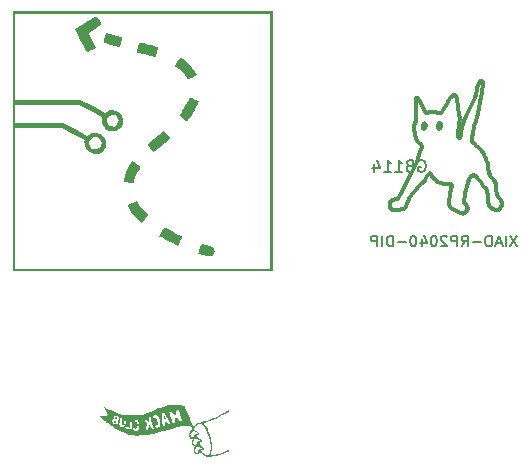
<source format=gbr>
%TF.GenerationSoftware,KiCad,Pcbnew,9.0.3*%
%TF.CreationDate,2025-07-31T16:39:18+03:00*%
%TF.ProjectId,BinaryCounter,42696e61-7279-4436-9f75-6e7465722e6b,V0.1*%
%TF.SameCoordinates,Original*%
%TF.FileFunction,Legend,Bot*%
%TF.FilePolarity,Positive*%
%FSLAX46Y46*%
G04 Gerber Fmt 4.6, Leading zero omitted, Abs format (unit mm)*
G04 Created by KiCad (PCBNEW 9.0.3) date 2025-07-31 16:39:18*
%MOMM*%
%LPD*%
G01*
G04 APERTURE LIST*
%ADD10C,0.180000*%
%ADD11C,0.200000*%
%ADD12C,0.300000*%
%ADD13C,0.000000*%
G04 APERTURE END LIST*
D10*
X132146926Y-63749638D02*
X131546926Y-64649638D01*
X131546926Y-63749638D02*
X132146926Y-64649638D01*
X131204069Y-64649638D02*
X131204069Y-63749638D01*
X130818355Y-64392495D02*
X130389784Y-64392495D01*
X130904069Y-64649638D02*
X130604069Y-63749638D01*
X130604069Y-63749638D02*
X130304069Y-64649638D01*
X129832640Y-63749638D02*
X129661212Y-63749638D01*
X129661212Y-63749638D02*
X129575497Y-63792495D01*
X129575497Y-63792495D02*
X129489783Y-63878209D01*
X129489783Y-63878209D02*
X129446926Y-64049638D01*
X129446926Y-64049638D02*
X129446926Y-64349638D01*
X129446926Y-64349638D02*
X129489783Y-64521066D01*
X129489783Y-64521066D02*
X129575497Y-64606781D01*
X129575497Y-64606781D02*
X129661212Y-64649638D01*
X129661212Y-64649638D02*
X129832640Y-64649638D01*
X129832640Y-64649638D02*
X129918355Y-64606781D01*
X129918355Y-64606781D02*
X130004069Y-64521066D01*
X130004069Y-64521066D02*
X130046926Y-64349638D01*
X130046926Y-64349638D02*
X130046926Y-64049638D01*
X130046926Y-64049638D02*
X130004069Y-63878209D01*
X130004069Y-63878209D02*
X129918355Y-63792495D01*
X129918355Y-63792495D02*
X129832640Y-63749638D01*
X129061212Y-64306781D02*
X128375498Y-64306781D01*
X127432640Y-64649638D02*
X127732640Y-64221066D01*
X127946926Y-64649638D02*
X127946926Y-63749638D01*
X127946926Y-63749638D02*
X127604069Y-63749638D01*
X127604069Y-63749638D02*
X127518354Y-63792495D01*
X127518354Y-63792495D02*
X127475497Y-63835352D01*
X127475497Y-63835352D02*
X127432640Y-63921066D01*
X127432640Y-63921066D02*
X127432640Y-64049638D01*
X127432640Y-64049638D02*
X127475497Y-64135352D01*
X127475497Y-64135352D02*
X127518354Y-64178209D01*
X127518354Y-64178209D02*
X127604069Y-64221066D01*
X127604069Y-64221066D02*
X127946926Y-64221066D01*
X127046926Y-64649638D02*
X127046926Y-63749638D01*
X127046926Y-63749638D02*
X126704069Y-63749638D01*
X126704069Y-63749638D02*
X126618354Y-63792495D01*
X126618354Y-63792495D02*
X126575497Y-63835352D01*
X126575497Y-63835352D02*
X126532640Y-63921066D01*
X126532640Y-63921066D02*
X126532640Y-64049638D01*
X126532640Y-64049638D02*
X126575497Y-64135352D01*
X126575497Y-64135352D02*
X126618354Y-64178209D01*
X126618354Y-64178209D02*
X126704069Y-64221066D01*
X126704069Y-64221066D02*
X127046926Y-64221066D01*
X126189783Y-63835352D02*
X126146926Y-63792495D01*
X126146926Y-63792495D02*
X126061212Y-63749638D01*
X126061212Y-63749638D02*
X125846926Y-63749638D01*
X125846926Y-63749638D02*
X125761212Y-63792495D01*
X125761212Y-63792495D02*
X125718354Y-63835352D01*
X125718354Y-63835352D02*
X125675497Y-63921066D01*
X125675497Y-63921066D02*
X125675497Y-64006781D01*
X125675497Y-64006781D02*
X125718354Y-64135352D01*
X125718354Y-64135352D02*
X126232640Y-64649638D01*
X126232640Y-64649638D02*
X125675497Y-64649638D01*
X125118354Y-63749638D02*
X125032640Y-63749638D01*
X125032640Y-63749638D02*
X124946926Y-63792495D01*
X124946926Y-63792495D02*
X124904069Y-63835352D01*
X124904069Y-63835352D02*
X124861211Y-63921066D01*
X124861211Y-63921066D02*
X124818354Y-64092495D01*
X124818354Y-64092495D02*
X124818354Y-64306781D01*
X124818354Y-64306781D02*
X124861211Y-64478209D01*
X124861211Y-64478209D02*
X124904069Y-64563923D01*
X124904069Y-64563923D02*
X124946926Y-64606781D01*
X124946926Y-64606781D02*
X125032640Y-64649638D01*
X125032640Y-64649638D02*
X125118354Y-64649638D01*
X125118354Y-64649638D02*
X125204069Y-64606781D01*
X125204069Y-64606781D02*
X125246926Y-64563923D01*
X125246926Y-64563923D02*
X125289783Y-64478209D01*
X125289783Y-64478209D02*
X125332640Y-64306781D01*
X125332640Y-64306781D02*
X125332640Y-64092495D01*
X125332640Y-64092495D02*
X125289783Y-63921066D01*
X125289783Y-63921066D02*
X125246926Y-63835352D01*
X125246926Y-63835352D02*
X125204069Y-63792495D01*
X125204069Y-63792495D02*
X125118354Y-63749638D01*
X124046926Y-64049638D02*
X124046926Y-64649638D01*
X124261211Y-63706781D02*
X124475497Y-64349638D01*
X124475497Y-64349638D02*
X123918354Y-64349638D01*
X123404068Y-63749638D02*
X123318354Y-63749638D01*
X123318354Y-63749638D02*
X123232640Y-63792495D01*
X123232640Y-63792495D02*
X123189783Y-63835352D01*
X123189783Y-63835352D02*
X123146925Y-63921066D01*
X123146925Y-63921066D02*
X123104068Y-64092495D01*
X123104068Y-64092495D02*
X123104068Y-64306781D01*
X123104068Y-64306781D02*
X123146925Y-64478209D01*
X123146925Y-64478209D02*
X123189783Y-64563923D01*
X123189783Y-64563923D02*
X123232640Y-64606781D01*
X123232640Y-64606781D02*
X123318354Y-64649638D01*
X123318354Y-64649638D02*
X123404068Y-64649638D01*
X123404068Y-64649638D02*
X123489783Y-64606781D01*
X123489783Y-64606781D02*
X123532640Y-64563923D01*
X123532640Y-64563923D02*
X123575497Y-64478209D01*
X123575497Y-64478209D02*
X123618354Y-64306781D01*
X123618354Y-64306781D02*
X123618354Y-64092495D01*
X123618354Y-64092495D02*
X123575497Y-63921066D01*
X123575497Y-63921066D02*
X123532640Y-63835352D01*
X123532640Y-63835352D02*
X123489783Y-63792495D01*
X123489783Y-63792495D02*
X123404068Y-63749638D01*
X122718354Y-64306781D02*
X122032640Y-64306781D01*
X121604068Y-64649638D02*
X121604068Y-63749638D01*
X121604068Y-63749638D02*
X121389782Y-63749638D01*
X121389782Y-63749638D02*
X121261211Y-63792495D01*
X121261211Y-63792495D02*
X121175496Y-63878209D01*
X121175496Y-63878209D02*
X121132639Y-63963923D01*
X121132639Y-63963923D02*
X121089782Y-64135352D01*
X121089782Y-64135352D02*
X121089782Y-64263923D01*
X121089782Y-64263923D02*
X121132639Y-64435352D01*
X121132639Y-64435352D02*
X121175496Y-64521066D01*
X121175496Y-64521066D02*
X121261211Y-64606781D01*
X121261211Y-64606781D02*
X121389782Y-64649638D01*
X121389782Y-64649638D02*
X121604068Y-64649638D01*
X120704068Y-64649638D02*
X120704068Y-63749638D01*
X120275497Y-64649638D02*
X120275497Y-63749638D01*
X120275497Y-63749638D02*
X119932640Y-63749638D01*
X119932640Y-63749638D02*
X119846925Y-63792495D01*
X119846925Y-63792495D02*
X119804068Y-63835352D01*
X119804068Y-63835352D02*
X119761211Y-63921066D01*
X119761211Y-63921066D02*
X119761211Y-64049638D01*
X119761211Y-64049638D02*
X119804068Y-64135352D01*
X119804068Y-64135352D02*
X119846925Y-64178209D01*
X119846925Y-64178209D02*
X119932640Y-64221066D01*
X119932640Y-64221066D02*
X120275497Y-64221066D01*
D11*
X123833002Y-57392705D02*
X123928240Y-57345086D01*
X123928240Y-57345086D02*
X124071097Y-57345086D01*
X124071097Y-57345086D02*
X124213954Y-57392705D01*
X124213954Y-57392705D02*
X124309192Y-57487943D01*
X124309192Y-57487943D02*
X124356811Y-57583181D01*
X124356811Y-57583181D02*
X124404430Y-57773657D01*
X124404430Y-57773657D02*
X124404430Y-57916514D01*
X124404430Y-57916514D02*
X124356811Y-58106990D01*
X124356811Y-58106990D02*
X124309192Y-58202228D01*
X124309192Y-58202228D02*
X124213954Y-58297467D01*
X124213954Y-58297467D02*
X124071097Y-58345086D01*
X124071097Y-58345086D02*
X123975859Y-58345086D01*
X123975859Y-58345086D02*
X123833002Y-58297467D01*
X123833002Y-58297467D02*
X123785383Y-58249847D01*
X123785383Y-58249847D02*
X123785383Y-57916514D01*
X123785383Y-57916514D02*
X123975859Y-57916514D01*
X123023478Y-57821276D02*
X122880621Y-57868895D01*
X122880621Y-57868895D02*
X122833002Y-57916514D01*
X122833002Y-57916514D02*
X122785383Y-58011752D01*
X122785383Y-58011752D02*
X122785383Y-58154609D01*
X122785383Y-58154609D02*
X122833002Y-58249847D01*
X122833002Y-58249847D02*
X122880621Y-58297467D01*
X122880621Y-58297467D02*
X122975859Y-58345086D01*
X122975859Y-58345086D02*
X123356811Y-58345086D01*
X123356811Y-58345086D02*
X123356811Y-57345086D01*
X123356811Y-57345086D02*
X123023478Y-57345086D01*
X123023478Y-57345086D02*
X122928240Y-57392705D01*
X122928240Y-57392705D02*
X122880621Y-57440324D01*
X122880621Y-57440324D02*
X122833002Y-57535562D01*
X122833002Y-57535562D02*
X122833002Y-57630800D01*
X122833002Y-57630800D02*
X122880621Y-57726038D01*
X122880621Y-57726038D02*
X122928240Y-57773657D01*
X122928240Y-57773657D02*
X123023478Y-57821276D01*
X123023478Y-57821276D02*
X123356811Y-57821276D01*
X121833002Y-58345086D02*
X122404430Y-58345086D01*
X122118716Y-58345086D02*
X122118716Y-57345086D01*
X122118716Y-57345086D02*
X122213954Y-57487943D01*
X122213954Y-57487943D02*
X122309192Y-57583181D01*
X122309192Y-57583181D02*
X122404430Y-57630800D01*
X120880621Y-58345086D02*
X121452049Y-58345086D01*
X121166335Y-58345086D02*
X121166335Y-57345086D01*
X121166335Y-57345086D02*
X121261573Y-57487943D01*
X121261573Y-57487943D02*
X121356811Y-57583181D01*
X121356811Y-57583181D02*
X121452049Y-57630800D01*
X120023478Y-57678419D02*
X120023478Y-58345086D01*
X120261573Y-57297467D02*
X120499668Y-58011752D01*
X120499668Y-58011752D02*
X119880621Y-58011752D01*
D12*
X129214290Y-50695834D02*
X129214290Y-51158855D01*
X129201325Y-51340663D01*
X129164525Y-51636015D01*
X129107029Y-52015082D01*
X129031975Y-52448037D01*
X128942504Y-52905053D01*
X128841754Y-53356302D01*
X128732865Y-53771956D01*
X128676350Y-53957114D01*
X128618977Y-54122188D01*
X128588529Y-54207485D01*
X128557462Y-54303015D01*
X128526890Y-54406357D01*
X128497930Y-54515095D01*
X128471699Y-54626809D01*
X128449313Y-54739081D01*
X128431888Y-54849493D01*
X128425384Y-54903245D01*
X128420540Y-54955626D01*
X128415766Y-55008491D01*
X128409553Y-55063568D01*
X128393833Y-55178373D01*
X128356379Y-55412697D01*
X128338736Y-55524277D01*
X128324546Y-55626844D01*
X128319385Y-55673508D01*
X128315854Y-55716429D01*
X128314209Y-55755113D01*
X128314706Y-55789063D01*
X128367629Y-55830175D01*
X128426420Y-55878345D01*
X128557048Y-55991346D01*
X128697474Y-56119043D01*
X128838581Y-56252415D01*
X128971255Y-56382438D01*
X129086380Y-56500089D01*
X129134513Y-56551456D01*
X129174840Y-56596347D01*
X129206222Y-56633634D01*
X129227519Y-56662188D01*
X129270643Y-56733502D01*
X129319503Y-56825899D01*
X129372394Y-56935660D01*
X129427610Y-57059063D01*
X129483446Y-57192388D01*
X129538197Y-57331915D01*
X129590158Y-57473921D01*
X129637623Y-57614688D01*
X129646574Y-57723780D01*
X129660278Y-57854057D01*
X129678861Y-57997769D01*
X129702446Y-58147165D01*
X129716153Y-58221572D01*
X129731157Y-58294494D01*
X129747474Y-58364960D01*
X129765119Y-58432004D01*
X129784108Y-58494654D01*
X129804455Y-58551944D01*
X129826177Y-58602903D01*
X129849290Y-58646563D01*
X129864359Y-58670912D01*
X129879775Y-58694386D01*
X129911482Y-58738935D01*
X129944080Y-58780654D01*
X129977240Y-58819989D01*
X130010633Y-58857387D01*
X130043929Y-58893292D01*
X130108912Y-58962410D01*
X130139940Y-58996513D01*
X130169554Y-59030907D01*
X130197424Y-59066037D01*
X130223220Y-59102349D01*
X130235238Y-59121088D01*
X130246613Y-59140289D01*
X130257306Y-59160009D01*
X130267274Y-59180303D01*
X130276477Y-59201227D01*
X130284873Y-59222836D01*
X130292422Y-59245186D01*
X130299081Y-59268334D01*
X130310889Y-59320036D01*
X130321612Y-59379955D01*
X130340422Y-59518861D01*
X130356752Y-59673890D01*
X130371842Y-59833881D01*
X130386931Y-59987670D01*
X130403261Y-60124096D01*
X130412278Y-60182309D01*
X130422071Y-60231996D01*
X130432794Y-60271761D01*
X130444602Y-60300209D01*
X130460115Y-60325815D01*
X130481266Y-60357466D01*
X130536999Y-60435808D01*
X130677766Y-60630938D01*
X130748847Y-60735324D01*
X130781510Y-60786510D01*
X130811091Y-60835990D01*
X130836719Y-60882990D01*
X130857522Y-60926734D01*
X130872628Y-60966447D01*
X130877772Y-60984550D01*
X130881164Y-61001354D01*
X130882919Y-61017816D01*
X130883267Y-61034912D01*
X130882272Y-61052579D01*
X130880002Y-61070756D01*
X130876519Y-61089378D01*
X130871892Y-61108383D01*
X130866183Y-61127707D01*
X130859460Y-61147289D01*
X130851787Y-61167064D01*
X130843231Y-61186970D01*
X130823726Y-61226922D01*
X130801470Y-61266642D01*
X130776985Y-61305625D01*
X130750794Y-61343369D01*
X130723422Y-61379368D01*
X130695391Y-61413119D01*
X130667224Y-61444118D01*
X130639445Y-61471862D01*
X130612576Y-61495847D01*
X130587142Y-61515568D01*
X130575126Y-61523672D01*
X130563665Y-61530521D01*
X130551741Y-61536335D01*
X130538346Y-61541373D01*
X130507466Y-61549125D01*
X130471664Y-61553776D01*
X130431580Y-61555326D01*
X130387852Y-61553776D01*
X130341120Y-61549125D01*
X130292024Y-61541373D01*
X130241204Y-61530521D01*
X130189298Y-61516569D01*
X130136946Y-61499515D01*
X130084789Y-61479362D01*
X130033464Y-61456107D01*
X129983613Y-61429752D01*
X129935873Y-61400297D01*
X129890886Y-61367741D01*
X129869624Y-61350300D01*
X129849290Y-61332084D01*
X129833784Y-61315945D01*
X129819007Y-61297386D01*
X129791577Y-61253562D01*
X129766876Y-61201714D01*
X129744779Y-61142948D01*
X129725163Y-61078369D01*
X129707903Y-61009080D01*
X129692875Y-60936188D01*
X129679956Y-60860795D01*
X129669021Y-60784007D01*
X129659947Y-60706928D01*
X129646883Y-60556317D01*
X129639773Y-60417799D01*
X129637623Y-60300209D01*
X129634445Y-60236893D01*
X129627907Y-60162622D01*
X129623234Y-60122890D01*
X129617546Y-60082234D01*
X129610786Y-60041257D01*
X129602896Y-60000565D01*
X129593817Y-59960762D01*
X129583492Y-59922452D01*
X129571861Y-59886240D01*
X129558868Y-59852731D01*
X129544453Y-59822529D01*
X129536695Y-59808858D01*
X129528560Y-59796239D01*
X129520040Y-59784750D01*
X129511129Y-59774466D01*
X129501818Y-59765462D01*
X129492102Y-59757813D01*
X129468770Y-59738257D01*
X129438979Y-59708147D01*
X129363118Y-59620933D01*
X129270720Y-59505503D01*
X129167987Y-59371191D01*
X129061120Y-59227329D01*
X128956320Y-59083250D01*
X128777727Y-58831771D01*
X128771797Y-58819519D01*
X128763898Y-58806091D01*
X128753984Y-58791758D01*
X128742008Y-58776791D01*
X128727924Y-58761463D01*
X128711685Y-58746044D01*
X128693244Y-58730806D01*
X128672555Y-58716019D01*
X128649572Y-58701957D01*
X128624248Y-58688888D01*
X128596537Y-58677086D01*
X128566391Y-58666821D01*
X128533765Y-58658365D01*
X128498612Y-58651989D01*
X128480074Y-58649666D01*
X128460886Y-58647965D01*
X128441043Y-58646919D01*
X128420540Y-58646563D01*
X128399832Y-58647758D01*
X128379392Y-58651269D01*
X128359232Y-58656980D01*
X128339366Y-58664779D01*
X128319807Y-58674552D01*
X128300569Y-58686183D01*
X128281666Y-58699561D01*
X128263111Y-58714570D01*
X128244918Y-58731098D01*
X128227100Y-58749029D01*
X128192644Y-58788650D01*
X128159852Y-58832520D01*
X128128833Y-58879730D01*
X128099695Y-58929369D01*
X128072547Y-58980526D01*
X128047497Y-59032289D01*
X128024653Y-59083749D01*
X128004125Y-59133994D01*
X127986021Y-59182114D01*
X127970449Y-59227197D01*
X127957519Y-59268334D01*
X127759081Y-60115000D01*
X127679706Y-61001354D01*
X127704364Y-61021497D01*
X127730093Y-61045199D01*
X127756456Y-61071950D01*
X127783014Y-61101238D01*
X127809330Y-61132552D01*
X127834964Y-61165379D01*
X127859480Y-61199209D01*
X127882440Y-61233530D01*
X127903405Y-61267830D01*
X127921937Y-61301597D01*
X127937599Y-61334321D01*
X127949952Y-61365489D01*
X127954751Y-61380330D01*
X127958559Y-61394590D01*
X127961320Y-61408205D01*
X127962981Y-61421112D01*
X127963486Y-61433247D01*
X127962780Y-61444545D01*
X127960809Y-61454942D01*
X127957519Y-61464375D01*
X127935091Y-61512900D01*
X127921823Y-61539545D01*
X127907083Y-61567315D01*
X127890792Y-61595860D01*
X127872873Y-61624831D01*
X127853249Y-61653879D01*
X127831842Y-61682657D01*
X127808574Y-61710814D01*
X127783369Y-61738002D01*
X127756149Y-61763873D01*
X127741758Y-61776205D01*
X127726835Y-61788076D01*
X127711370Y-61799445D01*
X127695351Y-61810265D01*
X127678771Y-61820495D01*
X127661620Y-61830089D01*
X127643887Y-61839006D01*
X127625562Y-61847201D01*
X127606638Y-61854630D01*
X127587102Y-61861250D01*
X127565892Y-61866115D01*
X127542066Y-61868388D01*
X127515798Y-61868190D01*
X127487263Y-61865643D01*
X127424089Y-61853984D01*
X127353938Y-61834379D01*
X127278206Y-61807798D01*
X127198289Y-61775209D01*
X127115581Y-61737582D01*
X127031477Y-61695886D01*
X126947374Y-61651089D01*
X126864666Y-61604160D01*
X126784748Y-61556069D01*
X126709016Y-61507784D01*
X126638866Y-61460274D01*
X126575691Y-61414508D01*
X126520888Y-61371455D01*
X126475852Y-61332084D01*
X126460795Y-61314810D01*
X126447343Y-61292907D01*
X126425090Y-61236121D01*
X126408757Y-61163548D01*
X126398006Y-61077010D01*
X126392500Y-60978328D01*
X126391902Y-60869324D01*
X126395874Y-60751818D01*
X126404081Y-60627634D01*
X126416184Y-60498592D01*
X126431846Y-60366514D01*
X126472500Y-60100535D01*
X126523346Y-59844270D01*
X126551747Y-59724335D01*
X126581686Y-59612293D01*
X126587355Y-59590371D01*
X126592473Y-59566365D01*
X126596570Y-59540900D01*
X126599177Y-59514599D01*
X126599825Y-59488087D01*
X126599268Y-59474947D01*
X126598045Y-59461987D01*
X126596098Y-59449287D01*
X126593369Y-59436924D01*
X126589798Y-59424976D01*
X126585327Y-59413521D01*
X126579897Y-59402637D01*
X126573451Y-59392402D01*
X126565928Y-59382894D01*
X126557271Y-59374191D01*
X126547421Y-59366371D01*
X126536319Y-59359512D01*
X126523906Y-59353692D01*
X126510125Y-59348989D01*
X126494917Y-59345481D01*
X126478222Y-59343247D01*
X126459982Y-59342363D01*
X126440139Y-59342908D01*
X126418634Y-59344960D01*
X126395408Y-59348597D01*
X126370403Y-59353897D01*
X126343561Y-59360938D01*
X126288099Y-59374264D01*
X126232746Y-59382715D01*
X126177361Y-59386623D01*
X126121807Y-59386322D01*
X126065942Y-59382145D01*
X126009627Y-59374426D01*
X125952724Y-59363497D01*
X125895092Y-59349693D01*
X125836592Y-59333347D01*
X125777084Y-59314791D01*
X125654486Y-59272385D01*
X125391061Y-59175729D01*
X125322369Y-59114266D01*
X125247325Y-59048624D01*
X125168995Y-58978335D01*
X125129557Y-58941300D01*
X125090448Y-58902928D01*
X125052051Y-58863158D01*
X125014750Y-58821934D01*
X124978929Y-58779194D01*
X124944971Y-58734882D01*
X124913259Y-58688938D01*
X124884176Y-58641304D01*
X124858108Y-58591921D01*
X124846323Y-58566555D01*
X124835436Y-58540730D01*
X124822526Y-58513235D01*
X124808638Y-58492519D01*
X124793829Y-58478217D01*
X124778153Y-58469966D01*
X124761667Y-58467400D01*
X124744425Y-58470155D01*
X124726485Y-58477867D01*
X124707901Y-58490170D01*
X124688729Y-58506702D01*
X124669025Y-58527096D01*
X124628244Y-58578016D01*
X124586003Y-58640014D01*
X124542747Y-58710176D01*
X124368495Y-59014130D01*
X124326853Y-59081366D01*
X124286870Y-59139270D01*
X124248992Y-59184926D01*
X124230982Y-59202250D01*
X124213665Y-59215418D01*
X124164369Y-59251701D01*
X124102070Y-59304766D01*
X124028647Y-59372792D01*
X123945981Y-59453956D01*
X123760437Y-59648414D01*
X123560475Y-59873569D01*
X123459787Y-59993103D01*
X123361133Y-60114846D01*
X123266394Y-60236977D01*
X123177449Y-60357673D01*
X123096178Y-60475114D01*
X123024461Y-60587478D01*
X122964177Y-60692943D01*
X122917207Y-60789688D01*
X122898122Y-60834464D01*
X122880494Y-60877057D01*
X122864227Y-60917533D01*
X122849226Y-60955957D01*
X122822648Y-61026912D01*
X122800004Y-61090445D01*
X122763495Y-61197338D01*
X122748118Y-61241744D01*
X122733652Y-61280821D01*
X122726524Y-61298525D01*
X122719341Y-61315092D01*
X122712007Y-61330589D01*
X122704429Y-61345081D01*
X122696511Y-61358632D01*
X122688160Y-61371310D01*
X122679281Y-61383178D01*
X122669780Y-61394302D01*
X122659561Y-61404749D01*
X122648531Y-61414582D01*
X122636595Y-61423868D01*
X122623659Y-61432672D01*
X122609627Y-61441059D01*
X122594406Y-61449095D01*
X122577902Y-61456846D01*
X122560019Y-61464375D01*
X122516433Y-61479636D01*
X122461240Y-61495304D01*
X122396163Y-61510855D01*
X122322928Y-61525767D01*
X122243259Y-61539516D01*
X122158881Y-61551579D01*
X122071519Y-61561433D01*
X121982897Y-61568555D01*
X121894740Y-61572421D01*
X121808773Y-61572508D01*
X121726721Y-61568293D01*
X121650307Y-61559253D01*
X121581258Y-61544865D01*
X121550034Y-61535501D01*
X121521297Y-61524604D01*
X121495264Y-61512109D01*
X121472150Y-61497949D01*
X121452170Y-61482060D01*
X121435540Y-61464375D01*
X121423993Y-61448885D01*
X121413177Y-61432233D01*
X121403109Y-61414495D01*
X121393806Y-61395749D01*
X121385287Y-61376073D01*
X121377567Y-61355545D01*
X121364599Y-61312240D01*
X121355041Y-61266455D01*
X121349034Y-61218809D01*
X121346716Y-61169923D01*
X121348228Y-61120417D01*
X121353708Y-61070911D01*
X121357980Y-61046352D01*
X121363297Y-61022025D01*
X121369675Y-60998009D01*
X121377133Y-60974380D01*
X121385688Y-60951216D01*
X121395357Y-60928594D01*
X121406157Y-60906593D01*
X121418107Y-60885289D01*
X121431223Y-60864761D01*
X121445524Y-60845085D01*
X121461026Y-60826340D01*
X121477747Y-60808602D01*
X121495704Y-60791949D01*
X121514915Y-60776459D01*
X121534831Y-60765737D01*
X121554874Y-60755856D01*
X121575013Y-60746759D01*
X121595220Y-60738389D01*
X121635721Y-60723596D01*
X121676145Y-60711016D01*
X121716259Y-60700187D01*
X121755830Y-60690650D01*
X121832415Y-60673602D01*
X121868963Y-60665169D01*
X121904038Y-60656182D01*
X121937409Y-60646179D01*
X121968841Y-60634700D01*
X121983757Y-60628262D01*
X121998102Y-60621283D01*
X122011847Y-60613703D01*
X122024961Y-60605466D01*
X122037417Y-60596515D01*
X122049185Y-60586790D01*
X122060235Y-60576235D01*
X122070540Y-60564792D01*
X122134128Y-60466860D01*
X122238593Y-60282391D01*
X122528603Y-59738300D01*
X122857472Y-59101440D01*
X123142102Y-58540730D01*
X123697727Y-57522084D01*
X123949082Y-56543126D01*
X123982271Y-56495753D01*
X124001029Y-56466774D01*
X124019766Y-56434685D01*
X124037383Y-56399801D01*
X124052782Y-56362434D01*
X124059307Y-56342919D01*
X124064866Y-56322900D01*
X124069321Y-56302418D01*
X124072536Y-56281512D01*
X124074373Y-56260221D01*
X124074695Y-56238585D01*
X124073364Y-56216642D01*
X124070243Y-56194431D01*
X124065196Y-56171993D01*
X124058085Y-56149366D01*
X124048772Y-56126590D01*
X124037121Y-56103703D01*
X124022993Y-56080746D01*
X124006253Y-56057757D01*
X123986762Y-56034775D01*
X123964383Y-56011840D01*
X123938980Y-55988992D01*
X123910415Y-55966268D01*
X123878550Y-55943710D01*
X123843248Y-55921355D01*
X123818271Y-55903503D01*
X123793032Y-55879926D01*
X123742272Y-55816891D01*
X123691978Y-55734826D01*
X123643157Y-55636308D01*
X123596816Y-55523915D01*
X123553964Y-55400224D01*
X123515607Y-55267813D01*
X123482753Y-55129259D01*
X123456411Y-54987139D01*
X123437588Y-54844031D01*
X123427292Y-54702511D01*
X123426529Y-54565159D01*
X123436309Y-54434550D01*
X123445467Y-54372580D01*
X123457639Y-54313262D01*
X123472949Y-54256919D01*
X123491525Y-54203873D01*
X123513493Y-54154445D01*
X123538977Y-54108959D01*
X123618353Y-53645938D01*
X123538977Y-52137813D01*
X123544830Y-52127491D01*
X123552434Y-52116750D01*
X123561743Y-52106164D01*
X123572712Y-52096307D01*
X123578803Y-52091831D01*
X123585292Y-52087752D01*
X123592173Y-52084142D01*
X123599439Y-52081073D01*
X123607085Y-52078616D01*
X123615104Y-52076843D01*
X123623492Y-52075826D01*
X123632243Y-52075636D01*
X123641350Y-52076346D01*
X123650808Y-52078026D01*
X123660610Y-52080749D01*
X123670752Y-52084587D01*
X123681227Y-52089610D01*
X123692030Y-52095891D01*
X123703154Y-52103501D01*
X123714594Y-52112513D01*
X123726345Y-52122997D01*
X123738399Y-52135025D01*
X123750752Y-52148670D01*
X123763398Y-52164003D01*
X123776330Y-52181095D01*
X123789544Y-52200019D01*
X123803032Y-52220845D01*
X123816790Y-52243647D01*
X124438561Y-53381355D01*
X124449618Y-53372980D01*
X124462836Y-53365203D01*
X124478049Y-53358003D01*
X124495095Y-53351357D01*
X124534020Y-53339642D01*
X124578294Y-53329885D01*
X124626598Y-53321911D01*
X124677616Y-53315545D01*
X124730029Y-53310613D01*
X124782519Y-53306941D01*
X124882461Y-53302678D01*
X124966901Y-53301360D01*
X125047102Y-53301980D01*
X125141360Y-53305081D01*
X125239649Y-53309654D01*
X125354681Y-53316863D01*
X125473433Y-53327172D01*
X125530135Y-53333635D01*
X125582884Y-53341047D01*
X125630051Y-53349467D01*
X125670010Y-53358953D01*
X125701132Y-53369563D01*
X125712871Y-53375308D01*
X125721790Y-53381355D01*
X125792564Y-53264560D01*
X125865683Y-53139044D01*
X126017172Y-52871619D01*
X126172692Y-52598612D01*
X126250850Y-52466120D01*
X126328678Y-52339558D01*
X126405731Y-52221368D01*
X126481562Y-52113991D01*
X126555728Y-52019868D01*
X126592046Y-51978541D01*
X126627781Y-51941443D01*
X126662876Y-51908880D01*
X126697276Y-51881156D01*
X126730925Y-51858577D01*
X126763767Y-51841449D01*
X126795747Y-51830076D01*
X126826809Y-51824764D01*
X126856898Y-51825818D01*
X126885956Y-51833543D01*
X126903374Y-51844221D01*
X126920328Y-51862198D01*
X126952888Y-51918594D01*
X126983729Y-51999818D01*
X127012941Y-52102957D01*
X127040615Y-52225100D01*
X127066843Y-52363332D01*
X127115324Y-52676419D01*
X127159111Y-53018919D01*
X127198935Y-53367531D01*
X127269602Y-53989896D01*
X127256707Y-54099037D01*
X127176998Y-54704272D01*
X127169627Y-54762367D01*
X127163359Y-54817630D01*
X127158149Y-54870126D01*
X127153955Y-54919917D01*
X127150732Y-54967066D01*
X127148436Y-55011636D01*
X127147022Y-55053690D01*
X127146447Y-55093291D01*
X127146666Y-55130501D01*
X127147636Y-55165385D01*
X127149312Y-55198005D01*
X127151651Y-55228423D01*
X127154607Y-55256704D01*
X127158138Y-55282909D01*
X127162199Y-55307102D01*
X127166745Y-55329346D01*
X127171734Y-55349704D01*
X127177120Y-55368239D01*
X127182860Y-55385014D01*
X127188909Y-55400091D01*
X127195224Y-55413534D01*
X127201761Y-55425406D01*
X127208474Y-55435770D01*
X127215321Y-55444688D01*
X127222257Y-55452224D01*
X127229238Y-55458441D01*
X127236220Y-55463401D01*
X127243159Y-55467168D01*
X127250011Y-55469805D01*
X127256732Y-55471375D01*
X127263277Y-55471940D01*
X127269602Y-55471563D01*
X127375435Y-55180521D01*
X127377225Y-55120031D01*
X127382432Y-55053289D01*
X127390818Y-54981237D01*
X127402142Y-54904817D01*
X127416163Y-54824972D01*
X127432641Y-54742641D01*
X127451336Y-54658769D01*
X127472008Y-54574295D01*
X127494417Y-54490163D01*
X127518321Y-54407313D01*
X127543481Y-54326688D01*
X127569656Y-54249230D01*
X127596607Y-54175879D01*
X127624092Y-54107579D01*
X127651872Y-54045271D01*
X127679706Y-53989896D01*
X127749816Y-53849993D01*
X127844533Y-53647881D01*
X128080880Y-53124378D01*
X128552831Y-52071668D01*
X128575154Y-52018079D01*
X128596374Y-51957235D01*
X128616658Y-51890190D01*
X128636170Y-51817998D01*
X128673543Y-51662390D01*
X128709813Y-51498845D01*
X128746305Y-51335795D01*
X128784340Y-51181675D01*
X128804350Y-51110600D01*
X128825241Y-51044919D01*
X128847180Y-50985687D01*
X128870331Y-50933959D01*
X128893363Y-50888778D01*
X128914933Y-50848295D01*
X128935194Y-50812228D01*
X128954295Y-50780294D01*
X128963459Y-50765789D01*
X128972389Y-50752210D01*
X128981105Y-50739523D01*
X128989626Y-50727693D01*
X128997971Y-50716683D01*
X129006158Y-50706460D01*
X129014207Y-50696986D01*
X129022136Y-50688228D01*
X129029964Y-50680148D01*
X129037711Y-50672714D01*
X129045394Y-50665888D01*
X129053033Y-50659635D01*
X129060647Y-50653920D01*
X129068255Y-50648709D01*
X129075876Y-50643964D01*
X129083528Y-50639652D01*
X129091230Y-50635736D01*
X129099001Y-50632181D01*
X129106861Y-50628952D01*
X129114828Y-50626014D01*
X129131158Y-50620868D01*
X129148144Y-50616459D01*
X129214290Y-50695834D01*
D13*
G36*
X125583811Y-54056587D02*
G01*
X125599420Y-54057922D01*
X125614771Y-54060261D01*
X125629845Y-54063578D01*
X125644626Y-54067848D01*
X125659094Y-54073044D01*
X125673233Y-54079140D01*
X125687025Y-54086111D01*
X125700452Y-54093931D01*
X125713495Y-54102573D01*
X125726138Y-54112012D01*
X125738363Y-54122222D01*
X125750151Y-54133177D01*
X125761485Y-54144851D01*
X125772347Y-54157219D01*
X125792584Y-54183929D01*
X125810720Y-54213102D01*
X125826613Y-54244530D01*
X125840121Y-54278005D01*
X125851100Y-54313321D01*
X125859409Y-54350269D01*
X125864906Y-54388644D01*
X125867448Y-54428237D01*
X125866893Y-54468842D01*
X125865429Y-54489216D01*
X125863201Y-54509282D01*
X125860229Y-54529016D01*
X125856534Y-54548393D01*
X125852136Y-54567390D01*
X125847056Y-54585983D01*
X125841314Y-54604148D01*
X125834930Y-54621860D01*
X125827925Y-54639098D01*
X125820319Y-54655835D01*
X125812133Y-54672049D01*
X125803387Y-54687715D01*
X125794101Y-54702810D01*
X125784296Y-54717309D01*
X125773992Y-54731189D01*
X125763210Y-54744426D01*
X125751969Y-54756996D01*
X125740291Y-54768875D01*
X125728196Y-54780040D01*
X125715704Y-54790465D01*
X125702835Y-54800128D01*
X125689611Y-54809004D01*
X125676050Y-54817070D01*
X125662175Y-54824302D01*
X125648005Y-54830675D01*
X125633560Y-54836166D01*
X125618861Y-54840751D01*
X125603928Y-54844406D01*
X125588782Y-54847107D01*
X125573444Y-54848831D01*
X125557933Y-54849552D01*
X125542269Y-54849249D01*
X125526660Y-54847913D01*
X125511309Y-54845574D01*
X125496235Y-54842257D01*
X125481454Y-54837987D01*
X125466985Y-54832791D01*
X125452846Y-54826695D01*
X125439054Y-54819724D01*
X125425628Y-54811905D01*
X125412584Y-54803262D01*
X125399941Y-54793823D01*
X125387717Y-54783613D01*
X125375929Y-54772658D01*
X125364595Y-54760984D01*
X125353733Y-54748617D01*
X125333496Y-54721906D01*
X125315359Y-54692733D01*
X125299466Y-54661306D01*
X125285959Y-54627830D01*
X125274979Y-54592515D01*
X125266670Y-54555566D01*
X125261173Y-54517192D01*
X125258631Y-54477598D01*
X125259186Y-54436993D01*
X125260650Y-54416619D01*
X125262878Y-54396553D01*
X125265850Y-54376820D01*
X125269545Y-54357442D01*
X125273943Y-54338445D01*
X125279023Y-54319852D01*
X125284765Y-54301688D01*
X125291149Y-54283975D01*
X125298154Y-54266738D01*
X125305760Y-54250000D01*
X125313946Y-54233787D01*
X125322693Y-54218120D01*
X125331978Y-54203026D01*
X125341784Y-54188526D01*
X125352087Y-54174646D01*
X125362870Y-54161409D01*
X125374110Y-54148839D01*
X125385788Y-54136960D01*
X125397884Y-54125796D01*
X125410376Y-54115370D01*
X125423244Y-54105707D01*
X125436469Y-54096831D01*
X125450029Y-54088765D01*
X125463905Y-54081534D01*
X125478075Y-54075160D01*
X125492520Y-54069669D01*
X125507219Y-54065084D01*
X125522151Y-54061429D01*
X125537297Y-54058728D01*
X125552636Y-54057005D01*
X125568147Y-54056283D01*
X125583811Y-54056587D01*
G37*
G36*
X124307477Y-54076967D02*
G01*
X124322299Y-54078025D01*
X124337138Y-54080117D01*
X124351797Y-54083226D01*
X124366087Y-54087302D01*
X124379993Y-54092317D01*
X124393502Y-54098243D01*
X124406599Y-54105052D01*
X124419272Y-54112717D01*
X124431506Y-54121210D01*
X124443288Y-54130504D01*
X124454604Y-54140569D01*
X124465440Y-54151380D01*
X124475784Y-54162907D01*
X124485620Y-54175124D01*
X124503718Y-54201515D01*
X124519624Y-54230329D01*
X124533229Y-54261347D01*
X124544423Y-54294345D01*
X124553098Y-54329101D01*
X124559143Y-54365395D01*
X124562450Y-54403004D01*
X124562908Y-54441705D01*
X124560409Y-54481278D01*
X124554842Y-54521501D01*
X124550923Y-54541548D01*
X124546316Y-54561202D01*
X124541044Y-54580440D01*
X124535130Y-54599243D01*
X124528595Y-54617588D01*
X124521462Y-54635454D01*
X124513754Y-54652820D01*
X124505492Y-54669664D01*
X124496700Y-54685965D01*
X124487399Y-54701701D01*
X124477611Y-54716852D01*
X124467360Y-54731395D01*
X124456667Y-54745310D01*
X124445554Y-54758575D01*
X124434045Y-54771168D01*
X124422161Y-54783068D01*
X124409925Y-54794254D01*
X124397359Y-54804705D01*
X124384486Y-54814399D01*
X124371327Y-54823314D01*
X124357905Y-54831430D01*
X124344243Y-54838725D01*
X124330363Y-54845177D01*
X124316286Y-54850765D01*
X124302037Y-54855469D01*
X124287636Y-54859265D01*
X124273106Y-54862134D01*
X124258469Y-54864053D01*
X124243749Y-54865001D01*
X124228966Y-54864957D01*
X124214144Y-54863900D01*
X124199305Y-54861808D01*
X124184645Y-54858699D01*
X124170356Y-54854623D01*
X124156450Y-54849608D01*
X124142941Y-54843682D01*
X124129844Y-54836873D01*
X124117171Y-54829208D01*
X124104937Y-54820715D01*
X124093155Y-54811422D01*
X124081839Y-54801356D01*
X124071003Y-54790545D01*
X124060660Y-54779018D01*
X124050823Y-54766801D01*
X124032726Y-54740411D01*
X124016820Y-54711596D01*
X124003215Y-54680578D01*
X123992020Y-54647580D01*
X123983346Y-54612824D01*
X123977301Y-54576530D01*
X123973994Y-54538921D01*
X123973536Y-54500219D01*
X123976035Y-54460646D01*
X123981602Y-54420424D01*
X123985521Y-54400377D01*
X123990128Y-54380723D01*
X123995400Y-54361484D01*
X124001314Y-54342681D01*
X124007849Y-54324336D01*
X124014981Y-54306470D01*
X124022690Y-54289105D01*
X124030951Y-54272261D01*
X124039744Y-54255960D01*
X124049045Y-54240223D01*
X124058832Y-54225073D01*
X124069084Y-54210529D01*
X124079777Y-54196615D01*
X124090889Y-54183350D01*
X124102398Y-54170757D01*
X124114282Y-54158857D01*
X124126518Y-54147670D01*
X124139084Y-54137220D01*
X124151958Y-54127526D01*
X124165116Y-54118610D01*
X124178538Y-54110495D01*
X124192200Y-54103200D01*
X124206080Y-54096748D01*
X124220157Y-54091159D01*
X124234407Y-54086456D01*
X124248808Y-54082660D01*
X124263337Y-54079791D01*
X124277974Y-54077872D01*
X124292694Y-54076924D01*
X124307477Y-54076967D01*
G37*
%TO.C,G\u002A\u002A\u002A*%
G36*
X111437840Y-66747840D02*
G01*
X100432641Y-66747840D01*
X89427442Y-66747840D01*
X89427442Y-55742641D01*
X89427442Y-52661185D01*
X89647546Y-52661185D01*
X89647546Y-53431549D01*
X89647546Y-54201913D01*
X91651500Y-54201913D01*
X93655453Y-54201913D01*
X94689892Y-54753683D01*
X95724330Y-55305453D01*
X95866441Y-55198182D01*
X96063778Y-55082223D01*
X96324057Y-55011518D01*
X96587377Y-55020778D01*
X96838506Y-55109023D01*
X97062214Y-55275269D01*
X97208290Y-55459313D01*
X97313739Y-55704972D01*
X97331315Y-55871192D01*
X97340841Y-55961283D01*
X97290616Y-56214169D01*
X97164085Y-56449552D01*
X96962269Y-56653354D01*
X96870038Y-56715265D01*
X96634923Y-56808127D01*
X96391894Y-56827732D01*
X96154198Y-56781600D01*
X95935083Y-56677257D01*
X95747793Y-56522223D01*
X95605576Y-56324023D01*
X95521677Y-56090179D01*
X95516588Y-55982084D01*
X95902890Y-55982084D01*
X95965275Y-56184290D01*
X96046073Y-56290766D01*
X96161183Y-56380197D01*
X96201753Y-56399181D01*
X96401021Y-56443599D01*
X96597113Y-56418419D01*
X96767189Y-56329804D01*
X96888414Y-56183919D01*
X96932898Y-56071896D01*
X96952119Y-55871192D01*
X96901382Y-55685970D01*
X96790419Y-55532958D01*
X96628964Y-55428883D01*
X96426749Y-55390474D01*
X96309742Y-55402747D01*
X96128995Y-55479744D01*
X95994462Y-55613104D01*
X95915856Y-55786119D01*
X95902890Y-55982084D01*
X95516588Y-55982084D01*
X95509344Y-55828214D01*
X95524322Y-55681195D01*
X94555865Y-55163327D01*
X93587407Y-54645459D01*
X91617477Y-54643790D01*
X89647546Y-54642121D01*
X89647546Y-60584929D01*
X89647546Y-66527736D01*
X100432641Y-66527736D01*
X111217737Y-66527736D01*
X111217737Y-55742641D01*
X111217737Y-44957545D01*
X100432641Y-44957545D01*
X89647546Y-44957545D01*
X89647546Y-48589261D01*
X89647546Y-52220977D01*
X92399704Y-52220977D01*
X95151862Y-52220977D01*
X96214199Y-52787376D01*
X97276537Y-53353776D01*
X97426696Y-53251875D01*
X97434291Y-53246780D01*
X97667231Y-53140027D01*
X97911254Y-53110306D01*
X98151707Y-53150840D01*
X98373937Y-53254853D01*
X98563292Y-53415567D01*
X98705119Y-53626205D01*
X98784764Y-53879991D01*
X98789421Y-53939241D01*
X98794000Y-53997508D01*
X98754841Y-54247955D01*
X98644515Y-54482145D01*
X98473929Y-54680676D01*
X98253989Y-54824148D01*
X98158212Y-54861162D01*
X97906677Y-54901326D01*
X97664119Y-54866346D01*
X97442580Y-54765316D01*
X97254100Y-54607330D01*
X97110721Y-54401485D01*
X97024483Y-54156874D01*
X97021864Y-54114758D01*
X97405473Y-54114758D01*
X97479487Y-54287069D01*
X97625218Y-54421832D01*
X97798623Y-54494526D01*
X97990608Y-54503781D01*
X98161185Y-54443316D01*
X98295149Y-54322695D01*
X98377294Y-54151482D01*
X98392417Y-53939241D01*
X98369647Y-53831561D01*
X98278955Y-53671180D01*
X98140870Y-53560654D01*
X97974448Y-53504788D01*
X97798747Y-53508385D01*
X97632823Y-53576251D01*
X97495734Y-53713189D01*
X97485608Y-53728726D01*
X97406428Y-53922708D01*
X97405473Y-54114758D01*
X97021864Y-54114758D01*
X97007428Y-53882592D01*
X97021029Y-53702017D01*
X96052572Y-53183270D01*
X95084114Y-52664523D01*
X92365830Y-52662854D01*
X89647546Y-52661185D01*
X89427442Y-52661185D01*
X89427442Y-44737442D01*
X100432641Y-44737442D01*
X111437840Y-44737442D01*
X111437840Y-55742641D01*
X111437840Y-66747840D01*
G37*
G36*
X105498776Y-64439825D02*
G01*
X105596765Y-64471312D01*
X105746048Y-64517579D01*
X105923811Y-64571513D01*
X106119878Y-64636160D01*
X106314404Y-64723275D01*
X106439994Y-64818919D01*
X106507437Y-64932026D01*
X106527521Y-65071534D01*
X106509034Y-65202549D01*
X106419309Y-65365232D01*
X106265397Y-65475075D01*
X106261528Y-65476641D01*
X106154875Y-65494508D01*
X106024335Y-65488028D01*
X105943972Y-65470516D01*
X105808014Y-65435054D01*
X105643509Y-65388980D01*
X105473174Y-65338973D01*
X105319727Y-65291716D01*
X105205885Y-65253889D01*
X105154366Y-65232174D01*
X105156695Y-65214112D01*
X105180225Y-65128698D01*
X105223284Y-64989838D01*
X105280308Y-64815921D01*
X105327248Y-64681127D01*
X105389251Y-64528248D01*
X105437945Y-64448020D01*
X105477482Y-64432368D01*
X105498776Y-64439825D01*
G37*
G36*
X102332205Y-63063552D02*
G01*
X102427424Y-63111566D01*
X102458165Y-63128855D01*
X102575979Y-63191823D01*
X102746745Y-63280666D01*
X102952579Y-63386126D01*
X103175597Y-63498942D01*
X103296379Y-63560484D01*
X103487568Y-63661780D01*
X103638957Y-63747045D01*
X103737432Y-63808763D01*
X103769878Y-63839422D01*
X103764151Y-63853352D01*
X103729580Y-63934961D01*
X103672639Y-64068124D01*
X103602139Y-64232214D01*
X103569509Y-64307757D01*
X103506288Y-64452521D01*
X103461492Y-64552835D01*
X103443217Y-64590447D01*
X103431559Y-64587980D01*
X103353345Y-64555911D01*
X103217917Y-64492778D01*
X103040070Y-64406140D01*
X102834597Y-64303555D01*
X102616294Y-64192583D01*
X102399955Y-64080783D01*
X102200375Y-63975713D01*
X102032347Y-63884934D01*
X101910668Y-63816004D01*
X101850130Y-63776482D01*
X101849911Y-63775327D01*
X101871171Y-63728634D01*
X101924787Y-63629380D01*
X101999089Y-63497742D01*
X102082408Y-63353900D01*
X102163072Y-63218030D01*
X102229413Y-63110311D01*
X102269761Y-63050920D01*
X102274507Y-63048556D01*
X102332205Y-63063552D01*
G37*
G36*
X99922218Y-60805669D02*
G01*
X99955896Y-60848682D01*
X100020915Y-60945862D01*
X100104690Y-61078497D01*
X100151208Y-61149060D01*
X100280702Y-61323043D01*
X100437177Y-61513385D01*
X100596408Y-61689964D01*
X100919333Y-62027966D01*
X100642972Y-62337240D01*
X100574131Y-62413510D01*
X100462031Y-62534050D01*
X100379598Y-62617857D01*
X100341034Y-62650210D01*
X100323078Y-62641832D01*
X100253531Y-62582500D01*
X100147753Y-62478556D01*
X100019191Y-62344452D01*
X99881287Y-62194642D01*
X99747486Y-62043578D01*
X99631233Y-61905713D01*
X99545971Y-61795500D01*
X99482174Y-61703479D01*
X99367996Y-61529511D01*
X99273756Y-61375506D01*
X99158465Y-61175616D01*
X99532075Y-60990324D01*
X99626700Y-60943638D01*
X99773393Y-60872368D01*
X99877438Y-60823300D01*
X99920792Y-60805032D01*
X99922218Y-60805669D01*
G37*
G36*
X99854214Y-57619540D02*
G01*
X99912742Y-57660445D01*
X100072063Y-57772902D01*
X100170695Y-57853392D01*
X100215924Y-57918444D01*
X100215037Y-57984587D01*
X100175321Y-58068348D01*
X100104064Y-58186256D01*
X99883486Y-58627071D01*
X99722727Y-59114163D01*
X99671791Y-59316448D01*
X99490951Y-59291346D01*
X99431067Y-59283171D01*
X99255596Y-59260034D01*
X99079002Y-59237592D01*
X99022165Y-59230145D01*
X98920694Y-59208042D01*
X98865126Y-59166860D01*
X98849861Y-59090157D01*
X98869298Y-58961491D01*
X98917838Y-58764420D01*
X98929928Y-58720028D01*
X99019579Y-58455962D01*
X99142609Y-58162307D01*
X99283463Y-57873888D01*
X99426582Y-57625532D01*
X99561922Y-57414623D01*
X99854214Y-57619540D01*
G37*
G36*
X102240689Y-54915875D02*
G01*
X102348558Y-55007708D01*
X102503358Y-55172333D01*
X102779953Y-55484316D01*
X102673801Y-55590373D01*
X102628835Y-55631777D01*
X102518084Y-55727501D01*
X102362696Y-55858158D01*
X102176511Y-56012141D01*
X101973369Y-56177843D01*
X101808376Y-56309530D01*
X101632971Y-56444687D01*
X101490877Y-56548756D01*
X101393582Y-56613367D01*
X101352574Y-56630151D01*
X101213121Y-56477142D01*
X101061013Y-56309175D01*
X100956136Y-56189291D01*
X100891690Y-56107274D01*
X100860878Y-56052910D01*
X100856900Y-56015986D01*
X100872957Y-55986287D01*
X100902252Y-55953598D01*
X100956173Y-55903215D01*
X101066398Y-55807840D01*
X101219603Y-55678603D01*
X101402840Y-55526214D01*
X101603158Y-55361382D01*
X101807608Y-55194815D01*
X102003239Y-55037224D01*
X102177103Y-54899316D01*
X102180301Y-54897293D01*
X102240689Y-54915875D01*
G37*
G36*
X104484875Y-52099117D02*
G01*
X104604131Y-52129109D01*
X104752965Y-52174832D01*
X104908517Y-52228348D01*
X105047927Y-52281720D01*
X105148337Y-52327010D01*
X105186887Y-52356281D01*
X105186812Y-52360437D01*
X105160684Y-52471139D01*
X105093308Y-52637983D01*
X104992977Y-52845494D01*
X104867982Y-53078197D01*
X104726614Y-53320617D01*
X104577166Y-53557280D01*
X104427929Y-53772710D01*
X104390995Y-53822677D01*
X104294574Y-53948917D01*
X104222715Y-54036848D01*
X104188792Y-54069851D01*
X104172751Y-54061159D01*
X104100296Y-54008635D01*
X103985122Y-53919122D01*
X103843205Y-53804869D01*
X103518922Y-53539888D01*
X103733767Y-53256039D01*
X103793041Y-53172853D01*
X103918063Y-52976432D01*
X104047270Y-52751956D01*
X104160557Y-52533462D01*
X104236684Y-52382395D01*
X104319820Y-52232691D01*
X104385941Y-52130388D01*
X104425256Y-52091825D01*
X104484875Y-52099117D01*
G37*
G36*
X103634087Y-48658386D02*
G01*
X103719623Y-48702618D01*
X103847907Y-48790405D01*
X104002722Y-48908970D01*
X104167848Y-49045538D01*
X104327065Y-49187335D01*
X104464156Y-49321583D01*
X104523082Y-49385135D01*
X104651551Y-49534277D01*
X104778766Y-49693650D01*
X104893497Y-49847857D01*
X104984515Y-49981500D01*
X105040591Y-50079183D01*
X105050493Y-50125508D01*
X105038682Y-50133045D01*
X104964319Y-50173760D01*
X104838714Y-50239629D01*
X104680648Y-50320737D01*
X104605126Y-50358906D01*
X104458553Y-50431554D01*
X104352144Y-50482305D01*
X104304957Y-50501965D01*
X104299650Y-50500201D01*
X104257468Y-50452976D01*
X104197948Y-50361098D01*
X104129685Y-50262160D01*
X103996465Y-50102339D01*
X103831273Y-49925247D01*
X103654880Y-49751984D01*
X103488057Y-49603649D01*
X103351574Y-49501339D01*
X103283220Y-49456065D01*
X103196110Y-49389835D01*
X103162009Y-49350656D01*
X103162283Y-49347646D01*
X103189362Y-49285959D01*
X103251373Y-49178026D01*
X103334978Y-49044157D01*
X103426838Y-48904662D01*
X103513614Y-48779850D01*
X103581967Y-48690032D01*
X103618559Y-48655516D01*
X103634087Y-48658386D01*
G37*
G36*
X100223821Y-47400701D02*
G01*
X100359064Y-47430181D01*
X100540692Y-47472656D01*
X100752364Y-47524021D01*
X100977740Y-47580176D01*
X101200478Y-47637018D01*
X101404238Y-47690444D01*
X101572680Y-47736352D01*
X101689463Y-47770639D01*
X101738245Y-47789203D01*
X101738717Y-47790272D01*
X101729775Y-47841691D01*
X101701200Y-47951667D01*
X101659799Y-48097381D01*
X101612375Y-48256016D01*
X101565735Y-48404752D01*
X101526683Y-48520772D01*
X101502025Y-48581257D01*
X101488147Y-48594033D01*
X101423193Y-48595385D01*
X101386854Y-48584252D01*
X101274257Y-48553098D01*
X101103024Y-48507284D01*
X100888562Y-48450922D01*
X100646276Y-48388120D01*
X100461503Y-48340391D01*
X100246942Y-48284546D01*
X100075261Y-48239369D01*
X99960594Y-48208586D01*
X99917079Y-48195923D01*
X99916564Y-48188947D01*
X99930104Y-48121236D01*
X99960554Y-48000208D01*
X100001547Y-47848538D01*
X100046720Y-47688896D01*
X100089707Y-47543957D01*
X100124141Y-47436391D01*
X100143659Y-47388873D01*
X100151304Y-47388317D01*
X100223821Y-47400701D01*
G37*
G36*
X96575893Y-45210704D02*
G01*
X96639464Y-45300874D01*
X96719605Y-45427517D01*
X96803774Y-45569451D01*
X96879425Y-45705494D01*
X96934014Y-45814465D01*
X96954998Y-45875180D01*
X96949056Y-45884478D01*
X96886122Y-45934227D01*
X96765369Y-46014678D01*
X96600379Y-46117013D01*
X96404738Y-46232414D01*
X96324504Y-46279158D01*
X96139277Y-46391239D01*
X95990126Y-46487421D01*
X95890658Y-46558711D01*
X95854478Y-46596117D01*
X95858201Y-46610203D01*
X95893973Y-46691781D01*
X95961617Y-46829192D01*
X96053659Y-47007502D01*
X96162624Y-47211776D01*
X96211495Y-47302422D01*
X96313783Y-47494878D01*
X96396013Y-47653394D01*
X96450768Y-47763545D01*
X96470634Y-47810908D01*
X96463401Y-47820967D01*
X96398781Y-47868402D01*
X96281591Y-47940759D01*
X96129472Y-48026873D01*
X96060785Y-48063690D01*
X95913887Y-48137794D01*
X95803993Y-48186756D01*
X95750901Y-48201446D01*
X95743835Y-48196724D01*
X95711097Y-48154757D01*
X95655221Y-48065761D01*
X95573297Y-47924554D01*
X95462417Y-47725953D01*
X95319669Y-47464776D01*
X95142144Y-47135841D01*
X94926932Y-46733966D01*
X94664895Y-46243315D01*
X95584236Y-45710482D01*
X95764001Y-45606732D01*
X96006049Y-45468517D01*
X96215821Y-45350474D01*
X96382389Y-45258679D01*
X96494824Y-45199202D01*
X96542199Y-45178117D01*
X96575893Y-45210704D01*
G37*
G36*
X97351442Y-46596848D02*
G01*
X97441764Y-46617387D01*
X97587737Y-46653846D01*
X97771981Y-46701567D01*
X97977119Y-46755891D01*
X98185771Y-46812160D01*
X98380558Y-46865716D01*
X98544102Y-46911899D01*
X98659024Y-46946052D01*
X98707945Y-46963515D01*
X98708911Y-46966417D01*
X98699628Y-47025235D01*
X98670983Y-47142661D01*
X98628062Y-47297436D01*
X98621739Y-47319187D01*
X98573829Y-47484130D01*
X98534566Y-47619510D01*
X98511923Y-47697840D01*
X98492215Y-47738519D01*
X98437734Y-47773782D01*
X98436007Y-47773702D01*
X98368640Y-47760303D01*
X98239266Y-47727730D01*
X98066263Y-47681230D01*
X97868012Y-47626051D01*
X97662895Y-47567440D01*
X97469291Y-47510647D01*
X97305581Y-47460918D01*
X97190145Y-47423502D01*
X97141365Y-47403647D01*
X97140268Y-47401080D01*
X97145555Y-47342119D01*
X97167268Y-47225406D01*
X97199935Y-47074335D01*
X97238083Y-46912299D01*
X97276240Y-46762692D01*
X97308933Y-46648907D01*
X97330689Y-46594337D01*
X97351442Y-46596848D01*
G37*
G36*
X98215727Y-79121317D02*
G01*
X98263427Y-79130530D01*
X98287101Y-79138788D01*
X98288388Y-79142310D01*
X98283290Y-79172442D01*
X98266418Y-79220020D01*
X98245939Y-79258691D01*
X98217271Y-79277514D01*
X98180297Y-79262656D01*
X98129483Y-79213869D01*
X98104706Y-79177586D01*
X98103414Y-79140598D01*
X98135409Y-79119688D01*
X98197909Y-79118728D01*
X98215727Y-79121317D01*
G37*
G36*
X98113007Y-79386869D02*
G01*
X98162362Y-79402496D01*
X98194132Y-79422867D01*
X98201048Y-79455810D01*
X98190460Y-79513328D01*
X98182425Y-79546904D01*
X98169307Y-79581640D01*
X98150443Y-79590485D01*
X98117126Y-79581536D01*
X98091187Y-79570525D01*
X98037096Y-79535912D01*
X97996097Y-79495324D01*
X97979842Y-79459150D01*
X97987642Y-79436108D01*
X98015425Y-79401291D01*
X98022276Y-79395457D01*
X98060355Y-79379092D01*
X98113007Y-79386869D01*
G37*
G36*
X102300072Y-79084906D02*
G01*
X102317456Y-79109924D01*
X102355462Y-79169346D01*
X102379008Y-79213530D01*
X102383560Y-79234361D01*
X102357575Y-79245962D01*
X102311397Y-79255973D01*
X102266635Y-79262682D01*
X102240022Y-79267307D01*
X102228860Y-79260919D01*
X102215720Y-79222592D01*
X102206943Y-79155351D01*
X102203622Y-79065262D01*
X102203353Y-78948673D01*
X102300072Y-79084906D01*
G37*
G36*
X104477383Y-79338160D02*
G01*
X104553524Y-79526503D01*
X104628442Y-79713949D01*
X104700596Y-79896839D01*
X104711235Y-79920710D01*
X104723116Y-79926559D01*
X104741715Y-79906642D01*
X104774056Y-79857164D01*
X104834191Y-79775913D01*
X104946450Y-79675001D01*
X105082106Y-79605191D01*
X105242408Y-79565704D01*
X105249454Y-79564673D01*
X105361211Y-79542802D01*
X105501436Y-79507328D01*
X105663214Y-79460445D01*
X105839632Y-79404344D01*
X106023774Y-79341217D01*
X106208727Y-79273255D01*
X106387576Y-79202652D01*
X106485651Y-79161016D01*
X106688925Y-79067644D01*
X106901957Y-78961792D01*
X107112968Y-78849616D01*
X107310175Y-78737272D01*
X107481799Y-78630916D01*
X107733206Y-78466491D01*
X107739699Y-78529113D01*
X107740570Y-78555811D01*
X107733841Y-78583728D01*
X107714730Y-78612268D01*
X107678950Y-78645307D01*
X107622214Y-78686717D01*
X107540233Y-78740375D01*
X107428721Y-78810155D01*
X107402208Y-78826448D01*
X107165416Y-78962178D01*
X106901935Y-79098126D01*
X106622620Y-79229390D01*
X106338330Y-79351071D01*
X106059920Y-79458267D01*
X105798249Y-79546079D01*
X105727914Y-79567826D01*
X105654408Y-79591059D01*
X105601999Y-79608227D01*
X105578939Y-79616672D01*
X105578249Y-79619115D01*
X105592449Y-79642486D01*
X105627313Y-79684162D01*
X105677160Y-79737173D01*
X105713064Y-79775009D01*
X105791145Y-79870018D01*
X105860419Y-79976403D01*
X105926385Y-80103215D01*
X105994544Y-80259505D01*
X106045032Y-80389880D01*
X106123302Y-80623607D01*
X106189153Y-80862322D01*
X106241410Y-81099507D01*
X106278896Y-81328644D01*
X106300436Y-81543213D01*
X106303258Y-81666847D01*
X106304853Y-81736698D01*
X106290972Y-81902578D01*
X106288019Y-81920251D01*
X106261634Y-82032161D01*
X106224408Y-82141279D01*
X106181032Y-82235484D01*
X106136194Y-82302655D01*
X106123112Y-82318447D01*
X106120409Y-82330139D01*
X106138153Y-82334625D01*
X106182571Y-82333124D01*
X106259889Y-82326855D01*
X106317584Y-82321260D01*
X106528860Y-82291190D01*
X106745389Y-82246883D01*
X106959747Y-82190661D01*
X107164512Y-82124845D01*
X107352259Y-82051756D01*
X107515566Y-81973718D01*
X107647009Y-81893050D01*
X107743028Y-81824067D01*
X107743028Y-81900000D01*
X107743014Y-81904296D01*
X107737607Y-81954138D01*
X107715905Y-81989153D01*
X107668384Y-82025332D01*
X107556594Y-82091460D01*
X107373832Y-82177230D01*
X107162836Y-82255582D01*
X106929863Y-82324715D01*
X106681172Y-82382829D01*
X106423021Y-82428124D01*
X106161667Y-82458799D01*
X106052328Y-82467347D01*
X105957984Y-82470823D01*
X105884971Y-82466545D01*
X105823970Y-82453203D01*
X105765664Y-82429490D01*
X105700737Y-82394098D01*
X105692426Y-82389172D01*
X105562056Y-82294137D01*
X105437776Y-82172366D01*
X105331234Y-82035177D01*
X105316613Y-82013361D01*
X105290937Y-81976204D01*
X105279531Y-81961511D01*
X105278872Y-81963868D01*
X105277380Y-81992126D01*
X105276784Y-82042098D01*
X105274553Y-82082251D01*
X105257099Y-82131704D01*
X105214255Y-82178555D01*
X105212036Y-82180521D01*
X105126695Y-82233887D01*
X105037080Y-82249659D01*
X104947304Y-82227090D01*
X104885765Y-82186783D01*
X104819429Y-82107877D01*
X104775803Y-82009355D01*
X104757152Y-81899818D01*
X104759624Y-81867588D01*
X104875395Y-81867588D01*
X104885283Y-81961213D01*
X104919973Y-82045182D01*
X104977450Y-82107650D01*
X105011985Y-82128652D01*
X105052623Y-82135159D01*
X105100878Y-82114835D01*
X105141763Y-82085204D01*
X105159183Y-82046934D01*
X105155410Y-81987308D01*
X105152096Y-81953749D01*
X105159515Y-81910461D01*
X105186671Y-81876167D01*
X105238391Y-81847524D01*
X105319502Y-81821191D01*
X105434831Y-81793826D01*
X105493763Y-81781078D01*
X105426613Y-81724683D01*
X105397617Y-81702893D01*
X105309555Y-81654785D01*
X105212976Y-81620796D01*
X105125870Y-81607915D01*
X105056364Y-81619656D01*
X104975269Y-81663260D01*
X104913463Y-81731645D01*
X104892326Y-81776155D01*
X104875395Y-81867588D01*
X104759624Y-81867588D01*
X104765740Y-81787869D01*
X104803831Y-81682107D01*
X104853660Y-81589323D01*
X104787408Y-81557884D01*
X104768271Y-81546958D01*
X104713698Y-81502172D01*
X104665964Y-81446805D01*
X104658047Y-81434664D01*
X104618722Y-81341435D01*
X104601033Y-81233803D01*
X104602646Y-81199684D01*
X104718241Y-81199684D01*
X104728129Y-81293308D01*
X104762819Y-81377278D01*
X104820296Y-81439746D01*
X104854831Y-81460748D01*
X104895469Y-81467255D01*
X104943725Y-81446931D01*
X104984609Y-81417300D01*
X105002029Y-81379030D01*
X104998256Y-81319403D01*
X104994942Y-81285845D01*
X104995295Y-81283785D01*
X105111396Y-81283785D01*
X105119166Y-81352539D01*
X105119504Y-81355456D01*
X105128955Y-81412625D01*
X105140564Y-81455672D01*
X105150937Y-81474243D01*
X105173059Y-81490049D01*
X105174021Y-81490011D01*
X105182556Y-81473073D01*
X105170634Y-81424705D01*
X105138035Y-81343986D01*
X105111396Y-81283785D01*
X104995295Y-81283785D01*
X105002361Y-81242557D01*
X105029517Y-81208263D01*
X105081237Y-81179620D01*
X105162348Y-81153287D01*
X105277677Y-81125922D01*
X105336609Y-81113174D01*
X105269459Y-81056779D01*
X105240463Y-81034989D01*
X105152401Y-80986880D01*
X105055822Y-80952892D01*
X104968716Y-80940010D01*
X104899210Y-80951752D01*
X104818115Y-80995356D01*
X104756309Y-81063741D01*
X104735172Y-81108251D01*
X104718241Y-81199684D01*
X104602646Y-81199684D01*
X104606098Y-81126674D01*
X104635038Y-81034953D01*
X104672627Y-80962920D01*
X104606922Y-80950594D01*
X104545352Y-80924831D01*
X104478195Y-80871720D01*
X104420153Y-80802915D01*
X104382454Y-80729476D01*
X104374705Y-80696208D01*
X104367392Y-80623678D01*
X104367839Y-80571068D01*
X104482510Y-80571068D01*
X104492398Y-80664693D01*
X104527088Y-80748663D01*
X104584565Y-80811130D01*
X104619100Y-80832133D01*
X104659738Y-80838639D01*
X104707994Y-80818315D01*
X104733127Y-80800100D01*
X104875466Y-80800100D01*
X104887265Y-80823903D01*
X104908310Y-80826020D01*
X104918815Y-80815115D01*
X104914289Y-80782907D01*
X104903154Y-80769873D01*
X104884123Y-80767155D01*
X104880123Y-80772164D01*
X104875466Y-80800100D01*
X104733127Y-80800100D01*
X104748878Y-80788684D01*
X104766298Y-80750415D01*
X104762526Y-80690788D01*
X104759211Y-80657230D01*
X104766630Y-80613941D01*
X104793786Y-80579647D01*
X104845506Y-80551004D01*
X104926617Y-80524672D01*
X105041946Y-80497306D01*
X105100878Y-80484558D01*
X105033728Y-80428163D01*
X105004732Y-80406373D01*
X104916671Y-80358265D01*
X104820091Y-80324277D01*
X104732985Y-80311395D01*
X104663479Y-80323136D01*
X104582384Y-80366741D01*
X104520578Y-80435125D01*
X104499441Y-80479636D01*
X104482510Y-80571068D01*
X104367839Y-80571068D01*
X104368045Y-80546820D01*
X104372535Y-80506520D01*
X104407502Y-80391171D01*
X104473238Y-80299857D01*
X104569188Y-80233445D01*
X104601385Y-80216745D01*
X104642715Y-80190715D01*
X104658883Y-80173389D01*
X104657835Y-80167666D01*
X104646362Y-80131405D01*
X104642043Y-80119398D01*
X104796507Y-80119398D01*
X104808615Y-80171620D01*
X104850471Y-80209772D01*
X104926846Y-80240928D01*
X104991443Y-80265858D01*
X105065536Y-80311293D01*
X105143504Y-80380924D01*
X105144640Y-80382063D01*
X105197779Y-80440774D01*
X105229139Y-80484558D01*
X105234502Y-80492045D01*
X105248210Y-80526687D01*
X105247529Y-80534572D01*
X105223087Y-80571357D01*
X105169459Y-80596677D01*
X105094689Y-80606359D01*
X105091611Y-80606384D01*
X105036738Y-80612039D01*
X105011063Y-80631816D01*
X105011751Y-80672139D01*
X105035966Y-80739435D01*
X105054316Y-80780594D01*
X105076065Y-80815115D01*
X105081853Y-80824301D01*
X105118538Y-80851203D01*
X105177675Y-80873927D01*
X105229346Y-80897258D01*
X105298984Y-80942285D01*
X105367518Y-80998188D01*
X105426693Y-81057382D01*
X105468253Y-81112281D01*
X105468579Y-81113174D01*
X105483941Y-81155302D01*
X105483099Y-81164156D01*
X105457893Y-81200787D01*
X105403227Y-81225566D01*
X105326668Y-81234674D01*
X105285013Y-81239285D01*
X105259806Y-81251449D01*
X105259330Y-81252523D01*
X105262397Y-81280811D01*
X105277598Y-81333677D01*
X105301962Y-81400608D01*
X105311809Y-81424811D01*
X105335320Y-81473073D01*
X105347147Y-81497351D01*
X105385872Y-81548048D01*
X105437351Y-81590004D01*
X105464820Y-81610127D01*
X105530611Y-81667801D01*
X105586956Y-81729404D01*
X105622830Y-81781078D01*
X105626301Y-81786078D01*
X105641095Y-81828963D01*
X105639076Y-81840462D01*
X105610450Y-81871957D01*
X105555479Y-81894169D01*
X105483822Y-81902578D01*
X105442096Y-81907338D01*
X105416613Y-81919913D01*
X105415812Y-81921682D01*
X105423637Y-81950319D01*
X105453870Y-81997661D01*
X105500463Y-82056849D01*
X105557369Y-82121023D01*
X105618541Y-82183322D01*
X105677932Y-82236886D01*
X105729494Y-82274856D01*
X105815122Y-82315206D01*
X105895128Y-82323587D01*
X105968586Y-82296892D01*
X105980793Y-82288843D01*
X106051385Y-82217432D01*
X106109511Y-82114237D01*
X106153306Y-81984548D01*
X106180908Y-81833655D01*
X106190454Y-81666847D01*
X106190446Y-81662473D01*
X106180644Y-81474093D01*
X106153827Y-81266809D01*
X106112136Y-81047894D01*
X106057714Y-80824622D01*
X105992700Y-80604268D01*
X105919237Y-80394106D01*
X105839466Y-80201410D01*
X105755529Y-80033454D01*
X105669568Y-79897512D01*
X105613867Y-79831259D01*
X105507212Y-79745827D01*
X105389823Y-79696988D01*
X105265197Y-79685381D01*
X105136829Y-79711648D01*
X105008216Y-79776429D01*
X104952984Y-79823611D01*
X104889641Y-79899397D01*
X104836829Y-79983616D01*
X104805476Y-80060931D01*
X104796507Y-80119398D01*
X104642043Y-80119398D01*
X104624923Y-80071804D01*
X104596877Y-79998343D01*
X104534871Y-79839933D01*
X104265387Y-79839933D01*
X104233793Y-79840087D01*
X104100331Y-79844302D01*
X103962934Y-79854860D01*
X103817934Y-79872541D01*
X103661664Y-79898124D01*
X103490455Y-79932388D01*
X103300638Y-79976112D01*
X103161152Y-80011601D01*
X103088545Y-80030074D01*
X102850509Y-80095055D01*
X102582860Y-80171834D01*
X102281930Y-80261188D01*
X102071558Y-80323454D01*
X101801370Y-80399533D01*
X101556000Y-80463197D01*
X101328688Y-80515875D01*
X101112675Y-80558996D01*
X100901202Y-80593989D01*
X100687510Y-80622283D01*
X100464838Y-80645306D01*
X100397435Y-80650821D01*
X100231316Y-80660054D01*
X100059298Y-80664355D01*
X99890368Y-80663825D01*
X99733515Y-80658566D01*
X99597725Y-80648680D01*
X99491987Y-80634269D01*
X99370402Y-80607810D01*
X99095745Y-80525425D01*
X98804648Y-80408810D01*
X98498103Y-80258474D01*
X98177106Y-80074927D01*
X98090747Y-80019090D01*
X98968005Y-80019090D01*
X99000537Y-80057647D01*
X99070652Y-80092574D01*
X99177430Y-80123273D01*
X99251055Y-80137689D01*
X99335678Y-80149648D01*
X99402126Y-80154241D01*
X99416730Y-80154379D01*
X99448070Y-80154311D01*
X99470460Y-80149149D01*
X99486317Y-80133259D01*
X99498057Y-80101008D01*
X99507099Y-80052162D01*
X99649602Y-80052162D01*
X99649602Y-80122393D01*
X99649645Y-80127618D01*
X99660529Y-80185186D01*
X99695078Y-80222420D01*
X99706625Y-80228949D01*
X99762395Y-80249543D01*
X99827677Y-80263228D01*
X99880522Y-80265851D01*
X99973567Y-80245156D01*
X100048325Y-80190372D01*
X100104229Y-80102246D01*
X100140713Y-79981525D01*
X100157210Y-79828955D01*
X100158085Y-79800626D01*
X100155043Y-79666919D01*
X100137580Y-79562431D01*
X100103976Y-79480348D01*
X100052514Y-79413858D01*
X100015768Y-79380765D01*
X99972147Y-79358045D01*
X100592526Y-79358045D01*
X100601645Y-79390151D01*
X100632188Y-79445760D01*
X100677495Y-79510937D01*
X100730558Y-79575737D01*
X100784368Y-79630218D01*
X100803153Y-79647812D01*
X100814583Y-79668906D01*
X100809251Y-79698485D01*
X100787517Y-79750240D01*
X100767056Y-79800626D01*
X100766218Y-79802690D01*
X100734511Y-79899623D01*
X100711326Y-79995042D01*
X100699233Y-80077526D01*
X100700801Y-80135653D01*
X100719527Y-80180888D01*
X100749985Y-80213337D01*
X100784818Y-80228621D01*
X100822400Y-80227222D01*
X100866501Y-80198325D01*
X100883762Y-80179587D01*
X100905096Y-80137123D01*
X100925260Y-80069483D01*
X100946696Y-79969700D01*
X100957882Y-79913620D01*
X100973646Y-79840292D01*
X100986299Y-79788197D01*
X100993827Y-79766036D01*
X100997842Y-79762798D01*
X101025360Y-79764004D01*
X101053841Y-79791487D01*
X101072971Y-79836114D01*
X101085171Y-79875165D01*
X101124077Y-79946388D01*
X101177644Y-80010442D01*
X101238088Y-80060202D01*
X101297626Y-80088543D01*
X101348476Y-80088340D01*
X101372671Y-80063555D01*
X101374222Y-80011601D01*
X101350601Y-79932147D01*
X101301601Y-79824034D01*
X101301504Y-79823841D01*
X101252905Y-79722017D01*
X101218412Y-79633933D01*
X101194389Y-79546330D01*
X101177198Y-79445954D01*
X101163204Y-79319548D01*
X101152377Y-79223998D01*
X101137942Y-79149655D01*
X101118561Y-79103680D01*
X101113344Y-79099143D01*
X101285282Y-79099143D01*
X101299541Y-79155681D01*
X101335361Y-79187979D01*
X101384771Y-79191042D01*
X101439801Y-79159879D01*
X101451009Y-79151124D01*
X101502065Y-79137463D01*
X101554645Y-79158052D01*
X101600476Y-79210296D01*
X101605332Y-79218666D01*
X101652268Y-79318246D01*
X101686425Y-79425477D01*
X101706687Y-79531881D01*
X101711941Y-79628980D01*
X101701070Y-79708298D01*
X101672959Y-79761356D01*
X101632152Y-79787421D01*
X101575429Y-79800645D01*
X101528054Y-79810728D01*
X101494517Y-79843263D01*
X101486896Y-79888551D01*
X101506403Y-79936495D01*
X101554252Y-79976993D01*
X101600568Y-79994075D01*
X101683384Y-79995470D01*
X101765464Y-79966695D01*
X101837393Y-79911745D01*
X101889756Y-79834616D01*
X101894654Y-79823294D01*
X101923437Y-79715154D01*
X101930828Y-79591035D01*
X101918977Y-79458759D01*
X101890033Y-79326147D01*
X101846146Y-79201022D01*
X101789465Y-79091204D01*
X101722140Y-79004516D01*
X101646320Y-78948779D01*
X101640844Y-78946234D01*
X101619363Y-78939864D01*
X102038776Y-78939864D01*
X102039140Y-79044341D01*
X102039443Y-79064004D01*
X102052389Y-79276626D01*
X102081920Y-79466693D01*
X102087181Y-79491079D01*
X102109978Y-79591035D01*
X102111089Y-79595908D01*
X102131387Y-79670482D01*
X102150631Y-79721893D01*
X102171379Y-79757231D01*
X102196188Y-79783588D01*
X102245363Y-79817142D01*
X102302766Y-79830382D01*
X102348615Y-79809730D01*
X102364641Y-79792888D01*
X102375903Y-79772755D01*
X102376321Y-79745141D01*
X102365612Y-79700037D01*
X102343494Y-79627433D01*
X102306837Y-79509653D01*
X102397131Y-79496112D01*
X102415912Y-79493425D01*
X102465290Y-79490320D01*
X102494307Y-79500786D01*
X102517077Y-79528654D01*
X102541657Y-79564217D01*
X102598833Y-79628844D01*
X102652909Y-79667876D01*
X102699156Y-79679575D01*
X102732849Y-79662204D01*
X102749261Y-79614024D01*
X102748149Y-79594004D01*
X102736614Y-79553065D01*
X102711850Y-79493586D01*
X102672094Y-79411788D01*
X102615589Y-79303892D01*
X102540571Y-79166120D01*
X102512288Y-79115089D01*
X102449048Y-79003034D01*
X102390905Y-78902685D01*
X102341252Y-78819760D01*
X102303483Y-78759971D01*
X102280992Y-78729035D01*
X102246021Y-78699733D01*
X102199805Y-78684428D01*
X102706475Y-78684428D01*
X102713229Y-78754371D01*
X102735098Y-78853549D01*
X102742562Y-78883090D01*
X102787156Y-79048383D01*
X102832705Y-79199801D01*
X102877455Y-79332417D01*
X102919654Y-79441307D01*
X102957549Y-79521543D01*
X102989387Y-79568201D01*
X103019437Y-79593673D01*
X103063748Y-79614024D01*
X103077783Y-79620470D01*
X103129621Y-79617396D01*
X103166379Y-79583702D01*
X103169357Y-79577436D01*
X103176438Y-79540003D01*
X103171901Y-79482701D01*
X103155229Y-79396867D01*
X103152531Y-79384508D01*
X103138871Y-79312400D01*
X103131490Y-79255722D01*
X103131936Y-79225837D01*
X103147834Y-79211043D01*
X103192400Y-79187398D01*
X103253791Y-79163258D01*
X103305759Y-79144984D01*
X103341191Y-79135878D01*
X103366658Y-79141066D01*
X103389899Y-79165276D01*
X103418654Y-79213238D01*
X103460661Y-79289682D01*
X103476431Y-79315354D01*
X103529096Y-79377275D01*
X103588225Y-79421547D01*
X103645146Y-79442693D01*
X103691187Y-79435237D01*
X103695961Y-79431956D01*
X103723599Y-79389087D01*
X103729731Y-79317414D01*
X103714303Y-79215614D01*
X103677263Y-79082363D01*
X103668675Y-79054990D01*
X103634799Y-78938561D01*
X103601713Y-78813841D01*
X103575511Y-78703518D01*
X103572512Y-78689822D01*
X103546627Y-78585372D01*
X103521078Y-78514260D01*
X103492562Y-78471305D01*
X103457781Y-78451328D01*
X103413433Y-78449150D01*
X103356838Y-78469705D01*
X103311046Y-78525131D01*
X103283532Y-78613925D01*
X103274773Y-78735102D01*
X103275581Y-78877681D01*
X103178924Y-78913737D01*
X103082267Y-78949793D01*
X102997018Y-78779502D01*
X102967035Y-78722302D01*
X102913935Y-78638244D01*
X102865675Y-78588667D01*
X102819427Y-78571096D01*
X102772364Y-78583062D01*
X102742414Y-78602484D01*
X102715862Y-78636279D01*
X102706475Y-78684428D01*
X102199805Y-78684428D01*
X102183626Y-78679070D01*
X102123998Y-78694281D01*
X102074990Y-78744767D01*
X102058760Y-78776371D01*
X102047562Y-78814433D01*
X102041242Y-78866079D01*
X102038776Y-78939864D01*
X101619363Y-78939864D01*
X101545904Y-78918080D01*
X101455749Y-78918303D01*
X101377819Y-78944484D01*
X101319556Y-78994206D01*
X101288400Y-79065052D01*
X101285282Y-79099143D01*
X101113344Y-79099143D01*
X101091695Y-79080316D01*
X101054805Y-79073808D01*
X101017421Y-79079749D01*
X100971944Y-79115501D01*
X100970875Y-79118290D01*
X100945553Y-79184341D01*
X100937761Y-79287158D01*
X100940011Y-79352679D01*
X100945824Y-79424824D01*
X100953673Y-79474812D01*
X100958155Y-79495228D01*
X100956266Y-79508582D01*
X100940542Y-79502307D01*
X100906111Y-79473915D01*
X100848099Y-79420918D01*
X100760627Y-79347505D01*
X100689409Y-79303784D01*
X100636619Y-79290712D01*
X100603807Y-79308672D01*
X100592526Y-79358045D01*
X99972147Y-79358045D01*
X99967019Y-79355374D01*
X99906049Y-79348827D01*
X99865410Y-79352554D01*
X99793961Y-79381755D01*
X99752499Y-79427359D01*
X99745822Y-79434703D01*
X99728179Y-79505088D01*
X99729367Y-79531263D01*
X99741987Y-79558463D01*
X99776131Y-79564914D01*
X99809144Y-79560476D01*
X99836223Y-79545270D01*
X99840256Y-79539787D01*
X99874476Y-79525753D01*
X99919104Y-79539274D01*
X99962484Y-79577385D01*
X99979530Y-79605460D01*
X100000944Y-79683969D01*
X100003344Y-79778544D01*
X99988056Y-79877519D01*
X99956405Y-79969224D01*
X99909716Y-80041993D01*
X99900101Y-80051653D01*
X99872590Y-80067140D01*
X99831011Y-80071052D01*
X99763133Y-80065339D01*
X99649602Y-80052162D01*
X99507099Y-80052162D01*
X99508098Y-80046763D01*
X99518855Y-79964890D01*
X99532745Y-79849755D01*
X99542719Y-79766058D01*
X99558308Y-79621505D01*
X99567213Y-79509907D01*
X99569229Y-79427359D01*
X99564149Y-79369954D01*
X99551768Y-79333786D01*
X99531880Y-79314950D01*
X99504280Y-79309539D01*
X99499071Y-79309723D01*
X99479535Y-79316896D01*
X99467815Y-79321199D01*
X99441783Y-79353187D01*
X99419834Y-79409442D01*
X99400827Y-79493719D01*
X99383624Y-79609772D01*
X99367084Y-79761356D01*
X99345117Y-79987265D01*
X99286184Y-79984976D01*
X99249885Y-79982588D01*
X99180871Y-79976114D01*
X99104914Y-79967490D01*
X99049518Y-79961361D01*
X99004602Y-79960393D01*
X98981044Y-79968647D01*
X98969040Y-79987572D01*
X98968005Y-80019090D01*
X98090747Y-80019090D01*
X97842648Y-79858678D01*
X97495723Y-79610237D01*
X97448966Y-79574703D01*
X97360297Y-79505354D01*
X97324239Y-79476432D01*
X97861977Y-79476432D01*
X97862790Y-79493885D01*
X97885187Y-79561803D01*
X97940589Y-79622391D01*
X98032140Y-79679394D01*
X98044201Y-79685359D01*
X98115357Y-79714033D01*
X98182344Y-79731749D01*
X98234786Y-79736408D01*
X98262306Y-79725915D01*
X98271248Y-79704624D01*
X98283385Y-79668082D01*
X98473017Y-79668082D01*
X98484073Y-79775504D01*
X98511726Y-79857027D01*
X98555411Y-79907543D01*
X98590269Y-79926913D01*
X98677069Y-79947412D01*
X98770709Y-79930153D01*
X98823511Y-79908291D01*
X98885462Y-79867710D01*
X98926033Y-79814183D01*
X98943876Y-79771249D01*
X98967401Y-79700329D01*
X98993129Y-79613213D01*
X99018171Y-79520606D01*
X99039635Y-79433214D01*
X99054634Y-79361743D01*
X99060275Y-79316896D01*
X99058374Y-79287976D01*
X99040031Y-79238549D01*
X99008226Y-79219162D01*
X98970401Y-79229021D01*
X98933997Y-79267331D01*
X98906457Y-79333300D01*
X98903994Y-79342796D01*
X98886994Y-79408356D01*
X98865068Y-79492926D01*
X98842320Y-79580673D01*
X98817717Y-79664710D01*
X98782349Y-79748957D01*
X98745641Y-79794487D01*
X98707291Y-79801626D01*
X98666996Y-79770703D01*
X98664126Y-79766449D01*
X98653344Y-79722517D01*
X98650783Y-79649670D01*
X98656051Y-79555863D01*
X98668750Y-79449051D01*
X98688489Y-79337192D01*
X98689104Y-79334206D01*
X98702676Y-79247125D01*
X98699752Y-79191143D01*
X98678990Y-79161237D01*
X98639045Y-79152385D01*
X98627055Y-79153282D01*
X98589141Y-79172047D01*
X98556817Y-79218148D01*
X98527924Y-79295565D01*
X98500305Y-79408280D01*
X98479121Y-79539868D01*
X98473017Y-79668082D01*
X98283385Y-79668082D01*
X98289230Y-79650482D01*
X98312569Y-79573716D01*
X98338879Y-79482903D01*
X98365773Y-79386618D01*
X98390862Y-79293438D01*
X98411761Y-79211939D01*
X98426082Y-79150698D01*
X98431437Y-79118290D01*
X98424855Y-79098097D01*
X98389127Y-79060682D01*
X98331004Y-79022599D01*
X98260356Y-78989008D01*
X98187050Y-78965069D01*
X98120957Y-78955942D01*
X98112971Y-78956091D01*
X98040364Y-78974864D01*
X97991925Y-79021354D01*
X97971028Y-79090247D01*
X97981047Y-79176231D01*
X97987487Y-79202462D01*
X97985496Y-79238502D01*
X97959675Y-79264970D01*
X97914126Y-79312150D01*
X97876210Y-79389717D01*
X97861977Y-79476432D01*
X97324239Y-79476432D01*
X97263447Y-79427670D01*
X97163282Y-79345749D01*
X97064668Y-79263691D01*
X96972471Y-79185595D01*
X96891557Y-79115561D01*
X96826792Y-79057687D01*
X96783042Y-79016073D01*
X96765173Y-78994818D01*
X96771317Y-78990122D01*
X96811555Y-78983957D01*
X96886989Y-78979394D01*
X96995134Y-78976560D01*
X97133503Y-78975587D01*
X97210099Y-78975326D01*
X97338387Y-78973267D01*
X97431846Y-78969221D01*
X97489001Y-78963269D01*
X97508380Y-78955489D01*
X97500418Y-78934089D01*
X97476869Y-78883306D01*
X97440597Y-78809277D01*
X97394483Y-78717878D01*
X97341408Y-78614985D01*
X97290305Y-78515303D01*
X97245722Y-78425090D01*
X97211658Y-78352583D01*
X97190768Y-78303438D01*
X97185707Y-78283307D01*
X97189116Y-78282517D01*
X97219005Y-78291833D01*
X97271191Y-78316086D01*
X97336960Y-78351356D01*
X97384724Y-78377448D01*
X97478868Y-78425915D01*
X97584222Y-78477557D01*
X97685675Y-78524857D01*
X97729769Y-78544501D01*
X98093054Y-78688131D01*
X98462778Y-78803143D01*
X98833640Y-78888502D01*
X99200342Y-78943177D01*
X99557584Y-78966135D01*
X99900066Y-78956344D01*
X99945330Y-78952567D01*
X100174548Y-78926928D01*
X100387821Y-78890339D01*
X100594588Y-78840229D01*
X100804289Y-78774025D01*
X101026364Y-78689156D01*
X101270252Y-78583050D01*
X101519412Y-78472546D01*
X101756490Y-78374866D01*
X101975900Y-78293414D01*
X102185436Y-78225482D01*
X102392892Y-78168367D01*
X102606060Y-78119362D01*
X102624655Y-78115561D01*
X102777399Y-78090251D01*
X102944931Y-78071223D01*
X103116648Y-78059039D01*
X103281949Y-78054263D01*
X103430232Y-78057457D01*
X103550896Y-78069185D01*
X103647910Y-78087206D01*
X103758651Y-78114051D01*
X103858704Y-78144532D01*
X103938647Y-78175733D01*
X103989057Y-78204740D01*
X103991102Y-78206999D01*
X104008967Y-78238615D01*
X104039466Y-78302292D01*
X104081060Y-78394369D01*
X104132208Y-78511184D01*
X104191372Y-78649075D01*
X104257012Y-78804380D01*
X104327586Y-78973437D01*
X104401557Y-79152585D01*
X104468906Y-79317414D01*
X104477383Y-79338160D01*
G37*
%TD*%
M02*

</source>
